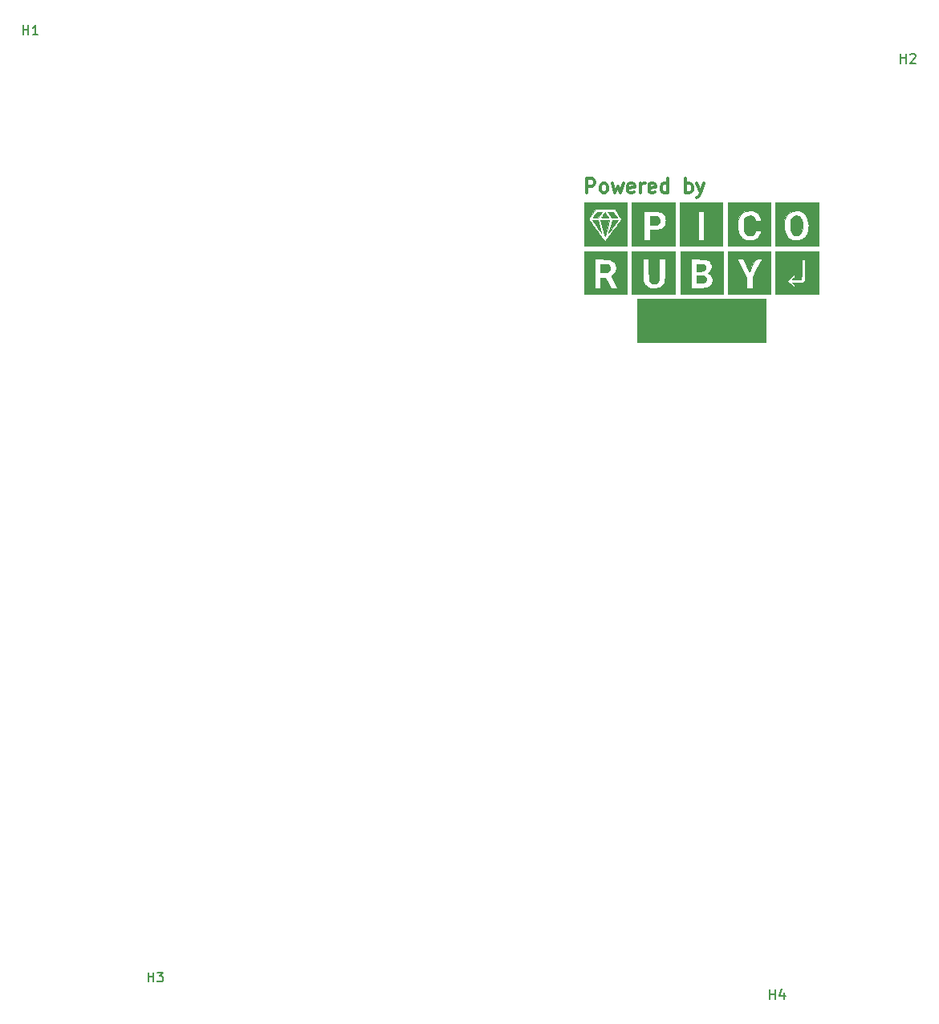
<source format=gbr>
%TF.GenerationSoftware,KiCad,Pcbnew,(5.1.10-1-10_14)*%
%TF.CreationDate,2021-10-23T10:25:26+09:00*%
%TF.ProjectId,PicoRubyMacroPad_Plate,5069636f-5275-4627-994d-6163726f5061,rev?*%
%TF.SameCoordinates,Original*%
%TF.FileFunction,Legend,Top*%
%TF.FilePolarity,Positive*%
%FSLAX46Y46*%
G04 Gerber Fmt 4.6, Leading zero omitted, Abs format (unit mm)*
G04 Created by KiCad (PCBNEW (5.1.10-1-10_14)) date 2021-10-23 10:25:26*
%MOMM*%
%LPD*%
G01*
G04 APERTURE LIST*
%ADD10C,0.300000*%
%ADD11C,0.010000*%
%ADD12C,0.150000*%
G04 APERTURE END LIST*
D10*
X136492857Y-54078571D02*
X136492857Y-52578571D01*
X137064285Y-52578571D01*
X137207142Y-52650000D01*
X137278571Y-52721428D01*
X137350000Y-52864285D01*
X137350000Y-53078571D01*
X137278571Y-53221428D01*
X137207142Y-53292857D01*
X137064285Y-53364285D01*
X136492857Y-53364285D01*
X138207142Y-54078571D02*
X138064285Y-54007142D01*
X137992857Y-53935714D01*
X137921428Y-53792857D01*
X137921428Y-53364285D01*
X137992857Y-53221428D01*
X138064285Y-53150000D01*
X138207142Y-53078571D01*
X138421428Y-53078571D01*
X138564285Y-53150000D01*
X138635714Y-53221428D01*
X138707142Y-53364285D01*
X138707142Y-53792857D01*
X138635714Y-53935714D01*
X138564285Y-54007142D01*
X138421428Y-54078571D01*
X138207142Y-54078571D01*
X139207142Y-53078571D02*
X139492857Y-54078571D01*
X139778571Y-53364285D01*
X140064285Y-54078571D01*
X140350000Y-53078571D01*
X141492857Y-54007142D02*
X141350000Y-54078571D01*
X141064285Y-54078571D01*
X140921428Y-54007142D01*
X140850000Y-53864285D01*
X140850000Y-53292857D01*
X140921428Y-53150000D01*
X141064285Y-53078571D01*
X141350000Y-53078571D01*
X141492857Y-53150000D01*
X141564285Y-53292857D01*
X141564285Y-53435714D01*
X140850000Y-53578571D01*
X142207142Y-54078571D02*
X142207142Y-53078571D01*
X142207142Y-53364285D02*
X142278571Y-53221428D01*
X142350000Y-53150000D01*
X142492857Y-53078571D01*
X142635714Y-53078571D01*
X143707142Y-54007142D02*
X143564285Y-54078571D01*
X143278571Y-54078571D01*
X143135714Y-54007142D01*
X143064285Y-53864285D01*
X143064285Y-53292857D01*
X143135714Y-53150000D01*
X143278571Y-53078571D01*
X143564285Y-53078571D01*
X143707142Y-53150000D01*
X143778571Y-53292857D01*
X143778571Y-53435714D01*
X143064285Y-53578571D01*
X145064285Y-54078571D02*
X145064285Y-52578571D01*
X145064285Y-54007142D02*
X144921428Y-54078571D01*
X144635714Y-54078571D01*
X144492857Y-54007142D01*
X144421428Y-53935714D01*
X144350000Y-53792857D01*
X144350000Y-53364285D01*
X144421428Y-53221428D01*
X144492857Y-53150000D01*
X144635714Y-53078571D01*
X144921428Y-53078571D01*
X145064285Y-53150000D01*
X146921428Y-54078571D02*
X146921428Y-52578571D01*
X146921428Y-53150000D02*
X147064285Y-53078571D01*
X147350000Y-53078571D01*
X147492857Y-53150000D01*
X147564285Y-53221428D01*
X147635714Y-53364285D01*
X147635714Y-53792857D01*
X147564285Y-53935714D01*
X147492857Y-54007142D01*
X147350000Y-54078571D01*
X147064285Y-54078571D01*
X146921428Y-54007142D01*
X148135714Y-53078571D02*
X148492857Y-54078571D01*
X148850000Y-53078571D02*
X148492857Y-54078571D01*
X148350000Y-54435714D01*
X148278571Y-54507142D01*
X148135714Y-54578571D01*
D11*
%TO.C,G\u002A\u002A\u002A*%
G36*
X158741493Y-56494893D02*
G01*
X158903353Y-56563888D01*
X159046147Y-56686461D01*
X159146412Y-56837288D01*
X159200062Y-56988554D01*
X159237215Y-57186667D01*
X159255944Y-57412326D01*
X159254325Y-57646231D01*
X159241646Y-57791953D01*
X159198269Y-58039547D01*
X159133573Y-58229678D01*
X159042627Y-58370607D01*
X158920500Y-58470591D01*
X158804575Y-58524000D01*
X158671180Y-58561769D01*
X158558177Y-58563913D01*
X158428891Y-58530402D01*
X158409655Y-58523667D01*
X158262766Y-58450220D01*
X158149571Y-58340303D01*
X158055523Y-58179228D01*
X158044435Y-58154868D01*
X158011444Y-58072515D01*
X157989147Y-57990247D01*
X157975469Y-57891910D01*
X157968336Y-57761352D01*
X157965674Y-57582420D01*
X157965498Y-57540134D01*
X157967476Y-57329285D01*
X157975929Y-57170307D01*
X157992382Y-57047520D01*
X158018360Y-56945242D01*
X158025418Y-56924184D01*
X158120086Y-56737890D01*
X158249862Y-56600974D01*
X158403912Y-56514276D01*
X158571401Y-56478636D01*
X158741493Y-56494893D01*
G37*
X158741493Y-56494893D02*
X158903353Y-56563888D01*
X159046147Y-56686461D01*
X159146412Y-56837288D01*
X159200062Y-56988554D01*
X159237215Y-57186667D01*
X159255944Y-57412326D01*
X159254325Y-57646231D01*
X159241646Y-57791953D01*
X159198269Y-58039547D01*
X159133573Y-58229678D01*
X159042627Y-58370607D01*
X158920500Y-58470591D01*
X158804575Y-58524000D01*
X158671180Y-58561769D01*
X158558177Y-58563913D01*
X158428891Y-58530402D01*
X158409655Y-58523667D01*
X158262766Y-58450220D01*
X158149571Y-58340303D01*
X158055523Y-58179228D01*
X158044435Y-58154868D01*
X158011444Y-58072515D01*
X157989147Y-57990247D01*
X157975469Y-57891910D01*
X157968336Y-57761352D01*
X157965674Y-57582420D01*
X157965498Y-57540134D01*
X157967476Y-57329285D01*
X157975929Y-57170307D01*
X157992382Y-57047520D01*
X158018360Y-56945242D01*
X158025418Y-56924184D01*
X158120086Y-56737890D01*
X158249862Y-56600974D01*
X158403912Y-56514276D01*
X158571401Y-56478636D01*
X158741493Y-56494893D01*
G36*
X143699312Y-56513718D02*
G01*
X143859328Y-56532683D01*
X143943679Y-56555962D01*
X144071419Y-56644242D01*
X144157614Y-56779427D01*
X144195862Y-56950521D01*
X144197206Y-56991482D01*
X144182173Y-57151277D01*
X144132639Y-57272668D01*
X144042376Y-57359718D01*
X143905154Y-57416486D01*
X143714746Y-57447032D01*
X143485447Y-57455467D01*
X143147466Y-57455467D01*
X143147466Y-56507200D01*
X143487221Y-56507200D01*
X143699312Y-56513718D01*
G37*
X143699312Y-56513718D02*
X143859328Y-56532683D01*
X143943679Y-56555962D01*
X144071419Y-56644242D01*
X144157614Y-56779427D01*
X144195862Y-56950521D01*
X144197206Y-56991482D01*
X144182173Y-57151277D01*
X144132639Y-57272668D01*
X144042376Y-57359718D01*
X143905154Y-57416486D01*
X143714746Y-57447032D01*
X143485447Y-57455467D01*
X143147466Y-57455467D01*
X143147466Y-56507200D01*
X143487221Y-56507200D01*
X143699312Y-56513718D01*
G36*
X139479721Y-56329400D02*
G01*
X139568959Y-56446607D01*
X139643549Y-56546386D01*
X139693060Y-56614692D01*
X139706085Y-56634200D01*
X139702854Y-56655150D01*
X139657382Y-56668055D01*
X139560757Y-56674252D01*
X139432598Y-56675248D01*
X139134266Y-56673963D01*
X139047321Y-56548248D01*
X138978386Y-56449754D01*
X138892228Y-56328220D01*
X138832478Y-56244733D01*
X138704579Y-56066934D01*
X139278203Y-56066934D01*
X139479721Y-56329400D01*
G37*
X139479721Y-56329400D02*
X139568959Y-56446607D01*
X139643549Y-56546386D01*
X139693060Y-56614692D01*
X139706085Y-56634200D01*
X139702854Y-56655150D01*
X139657382Y-56668055D01*
X139560757Y-56674252D01*
X139432598Y-56675248D01*
X139134266Y-56673963D01*
X139047321Y-56548248D01*
X138978386Y-56449754D01*
X138892228Y-56328220D01*
X138832478Y-56244733D01*
X138704579Y-56066934D01*
X139278203Y-56066934D01*
X139479721Y-56329400D01*
G36*
X138448270Y-56160602D02*
G01*
X138498034Y-56228183D01*
X138563670Y-56322072D01*
X138634809Y-56426931D01*
X138701079Y-56527423D01*
X138752109Y-56608208D01*
X138777528Y-56653951D01*
X138778666Y-56658071D01*
X138747074Y-56665472D01*
X138661385Y-56671459D01*
X138535233Y-56675360D01*
X138404134Y-56676534D01*
X138235678Y-56674853D01*
X138126486Y-56669134D01*
X138068157Y-56658356D01*
X138052289Y-56641501D01*
X138055077Y-56634200D01*
X138094475Y-56574512D01*
X138156510Y-56486510D01*
X138230273Y-56384938D01*
X138304852Y-56284540D01*
X138369337Y-56200058D01*
X138412818Y-56146235D01*
X138424751Y-56134667D01*
X138448270Y-56160602D01*
G37*
X138448270Y-56160602D02*
X138498034Y-56228183D01*
X138563670Y-56322072D01*
X138634809Y-56426931D01*
X138701079Y-56527423D01*
X138752109Y-56608208D01*
X138777528Y-56653951D01*
X138778666Y-56658071D01*
X138747074Y-56665472D01*
X138661385Y-56671459D01*
X138535233Y-56675360D01*
X138404134Y-56676534D01*
X138235678Y-56674853D01*
X138126486Y-56669134D01*
X138068157Y-56658356D01*
X138052289Y-56641501D01*
X138055077Y-56634200D01*
X138094475Y-56574512D01*
X138156510Y-56486510D01*
X138230273Y-56384938D01*
X138304852Y-56284540D01*
X138369337Y-56200058D01*
X138412818Y-56146235D01*
X138424751Y-56134667D01*
X138448270Y-56160602D01*
G36*
X137973453Y-56069456D02*
G01*
X138053139Y-56078063D01*
X138083306Y-56094308D01*
X138080894Y-56109267D01*
X138051628Y-56154415D01*
X137993515Y-56240207D01*
X137916625Y-56351849D01*
X137873363Y-56414067D01*
X137690268Y-56676534D01*
X137419668Y-56676534D01*
X137281473Y-56674042D01*
X137201813Y-56665528D01*
X137171635Y-56649429D01*
X137174241Y-56634200D01*
X137203821Y-56589026D01*
X137262153Y-56503183D01*
X137339129Y-56391480D01*
X137382259Y-56329400D01*
X137565105Y-56066934D01*
X137835217Y-56066934D01*
X137973453Y-56069456D01*
G37*
X137973453Y-56069456D02*
X138053139Y-56078063D01*
X138083306Y-56094308D01*
X138080894Y-56109267D01*
X138051628Y-56154415D01*
X137993515Y-56240207D01*
X137916625Y-56351849D01*
X137873363Y-56414067D01*
X137690268Y-56676534D01*
X137419668Y-56676534D01*
X137281473Y-56674042D01*
X137201813Y-56665528D01*
X137171635Y-56649429D01*
X137174241Y-56634200D01*
X137203821Y-56589026D01*
X137262153Y-56503183D01*
X137339129Y-56391480D01*
X137382259Y-56329400D01*
X137565105Y-56066934D01*
X137835217Y-56066934D01*
X137973453Y-56069456D01*
G36*
X139708317Y-56954215D02*
G01*
X139757523Y-56960386D01*
X139760799Y-56963094D01*
X139741890Y-56994578D01*
X139688755Y-57073272D01*
X139606785Y-57191449D01*
X139501372Y-57341379D01*
X139377907Y-57515334D01*
X139281473Y-57650264D01*
X139127674Y-57864860D01*
X139008866Y-58030534D01*
X138920558Y-58153399D01*
X138858257Y-58239570D01*
X138817472Y-58295158D01*
X138793711Y-58326279D01*
X138782482Y-58339045D01*
X138779294Y-58339570D01*
X138779655Y-58333968D01*
X138779723Y-58333178D01*
X138789812Y-58298136D01*
X138817405Y-58208242D01*
X138859477Y-58073191D01*
X138913004Y-57902679D01*
X138974961Y-57706402D01*
X138995440Y-57641734D01*
X139210100Y-56964400D01*
X139485450Y-56954564D01*
X139612335Y-56952111D01*
X139708317Y-56954215D01*
G37*
X139708317Y-56954215D02*
X139757523Y-56960386D01*
X139760799Y-56963094D01*
X139741890Y-56994578D01*
X139688755Y-57073272D01*
X139606785Y-57191449D01*
X139501372Y-57341379D01*
X139377907Y-57515334D01*
X139281473Y-57650264D01*
X139127674Y-57864860D01*
X139008866Y-58030534D01*
X138920558Y-58153399D01*
X138858257Y-58239570D01*
X138817472Y-58295158D01*
X138793711Y-58326279D01*
X138782482Y-58339045D01*
X138779294Y-58339570D01*
X138779655Y-58333968D01*
X138779723Y-58333178D01*
X138789812Y-58298136D01*
X138817405Y-58208242D01*
X138859477Y-58073191D01*
X138913004Y-57902679D01*
X138974961Y-57706402D01*
X138995440Y-57641734D01*
X139210100Y-56964400D01*
X139485450Y-56954564D01*
X139612335Y-56952111D01*
X139708317Y-56954215D01*
G36*
X137363832Y-56954575D02*
G01*
X137640989Y-56964400D01*
X137851887Y-57641251D01*
X137914361Y-57842856D01*
X137968903Y-58020979D01*
X138012645Y-58166085D01*
X138042723Y-58268636D01*
X138056271Y-58319096D01*
X138056659Y-58322677D01*
X138036480Y-58297393D01*
X137982939Y-58223875D01*
X137901301Y-58109529D01*
X137796830Y-57961762D01*
X137674789Y-57787979D01*
X137568604Y-57636000D01*
X137086675Y-56944749D01*
X137363832Y-56954575D01*
G37*
X137363832Y-56954575D02*
X137640989Y-56964400D01*
X137851887Y-57641251D01*
X137914361Y-57842856D01*
X137968903Y-58020979D01*
X138012645Y-58166085D01*
X138042723Y-58268636D01*
X138056271Y-58319096D01*
X138056659Y-58322677D01*
X138036480Y-58297393D01*
X137982939Y-58223875D01*
X137901301Y-58109529D01*
X137796830Y-57961762D01*
X137674789Y-57787979D01*
X137568604Y-57636000D01*
X137086675Y-56944749D01*
X137363832Y-56954575D01*
G36*
X138672542Y-57798623D02*
G01*
X138610240Y-58027703D01*
X138553376Y-58234409D01*
X138504411Y-58409986D01*
X138465807Y-58545681D01*
X138440025Y-58632736D01*
X138429755Y-58662333D01*
X138417187Y-58635532D01*
X138389945Y-58553418D01*
X138351101Y-58426046D01*
X138303728Y-58263469D01*
X138255012Y-58090577D01*
X138195699Y-57876821D01*
X138136248Y-57662438D01*
X138081664Y-57465488D01*
X138036955Y-57304033D01*
X138015613Y-57226867D01*
X137938405Y-56947467D01*
X138902775Y-56947467D01*
X138672542Y-57798623D01*
G37*
X138672542Y-57798623D02*
X138610240Y-58027703D01*
X138553376Y-58234409D01*
X138504411Y-58409986D01*
X138465807Y-58545681D01*
X138440025Y-58632736D01*
X138429755Y-58662333D01*
X138417187Y-58635532D01*
X138389945Y-58553418D01*
X138351101Y-58426046D01*
X138303728Y-58263469D01*
X138255012Y-58090577D01*
X138195699Y-57876821D01*
X138136248Y-57662438D01*
X138081664Y-57465488D01*
X138036955Y-57304033D01*
X138015613Y-57226867D01*
X137938405Y-56947467D01*
X138902775Y-56947467D01*
X138672542Y-57798623D01*
G36*
X148495764Y-61592670D02*
G01*
X148661781Y-61599068D01*
X148775022Y-61608067D01*
X148850442Y-61622728D01*
X148902996Y-61646112D01*
X148947640Y-61681279D01*
X148952964Y-61686237D01*
X149007936Y-61751531D01*
X149033900Y-61829266D01*
X149040266Y-61942800D01*
X149022384Y-62084027D01*
X148964964Y-62190009D01*
X148862347Y-62264129D01*
X148708872Y-62309767D01*
X148498880Y-62330308D01*
X148388556Y-62332267D01*
X148125866Y-62332267D01*
X148125866Y-61581207D01*
X148495764Y-61592670D01*
G37*
X148495764Y-61592670D02*
X148661781Y-61599068D01*
X148775022Y-61608067D01*
X148850442Y-61622728D01*
X148902996Y-61646112D01*
X148947640Y-61681279D01*
X148952964Y-61686237D01*
X149007936Y-61751531D01*
X149033900Y-61829266D01*
X149040266Y-61942800D01*
X149022384Y-62084027D01*
X148964964Y-62190009D01*
X148862347Y-62264129D01*
X148708872Y-62309767D01*
X148498880Y-62330308D01*
X148388556Y-62332267D01*
X148125866Y-62332267D01*
X148125866Y-61581207D01*
X148495764Y-61592670D01*
G36*
X148405266Y-62773341D02*
G01*
X148649070Y-62782840D01*
X148833560Y-62812310D01*
X148965212Y-62865601D01*
X149050499Y-62946566D01*
X149095896Y-63059056D01*
X149107999Y-63191369D01*
X149098743Y-63320344D01*
X149066546Y-63407356D01*
X149037014Y-63445556D01*
X148969444Y-63505669D01*
X148889613Y-63546237D01*
X148783288Y-63570722D01*
X148636234Y-63582585D01*
X148462328Y-63585334D01*
X148125866Y-63585334D01*
X148125866Y-62772533D01*
X148405266Y-62773341D01*
G37*
X148405266Y-62773341D02*
X148649070Y-62782840D01*
X148833560Y-62812310D01*
X148965212Y-62865601D01*
X149050499Y-62946566D01*
X149095896Y-63059056D01*
X149107999Y-63191369D01*
X149098743Y-63320344D01*
X149066546Y-63407356D01*
X149037014Y-63445556D01*
X148969444Y-63505669D01*
X148889613Y-63546237D01*
X148783288Y-63570722D01*
X148636234Y-63582585D01*
X148462328Y-63585334D01*
X148125866Y-63585334D01*
X148125866Y-62772533D01*
X148405266Y-62773341D01*
G36*
X138456438Y-61590468D02*
G01*
X138593360Y-61599245D01*
X138693329Y-61611988D01*
X138725646Y-61620223D01*
X138826740Y-61692075D01*
X138899849Y-61808867D01*
X138940219Y-61951915D01*
X138943098Y-62102536D01*
X138903734Y-62242045D01*
X138890221Y-62267228D01*
X138821362Y-62353727D01*
X138726891Y-62413058D01*
X138595331Y-62449058D01*
X138415206Y-62465569D01*
X138290948Y-62467733D01*
X137965866Y-62467733D01*
X137965866Y-61587200D01*
X138302328Y-61587200D01*
X138456438Y-61590468D01*
G37*
X138456438Y-61590468D02*
X138593360Y-61599245D01*
X138693329Y-61611988D01*
X138725646Y-61620223D01*
X138826740Y-61692075D01*
X138899849Y-61808867D01*
X138940219Y-61951915D01*
X138943098Y-62102536D01*
X138903734Y-62242045D01*
X138890221Y-62267228D01*
X138821362Y-62353727D01*
X138726891Y-62413058D01*
X138595331Y-62449058D01*
X138415206Y-62465569D01*
X138290948Y-62467733D01*
X137965866Y-62467733D01*
X137965866Y-61587200D01*
X138302328Y-61587200D01*
X138456438Y-61590468D01*
G36*
X160961333Y-59656800D02*
G01*
X156389333Y-59656800D01*
X156389333Y-57523200D01*
X157303733Y-57523200D01*
X157319274Y-57848968D01*
X157368287Y-58125028D01*
X157454355Y-58362455D01*
X157581061Y-58572325D01*
X157682779Y-58694743D01*
X157854463Y-58857210D01*
X158030686Y-58969877D01*
X158226777Y-59038654D01*
X158458065Y-59069452D01*
X158659528Y-59071304D01*
X158827358Y-59063574D01*
X158950828Y-59048276D01*
X159053247Y-59020759D01*
X159157925Y-58976367D01*
X159173966Y-58968600D01*
X159408822Y-58817147D01*
X159600733Y-58615167D01*
X159748110Y-58365775D01*
X159849363Y-58072088D01*
X159902902Y-57737222D01*
X159911466Y-57523200D01*
X159889211Y-57168456D01*
X159821424Y-56860488D01*
X159706570Y-56594575D01*
X159543116Y-56365997D01*
X159531183Y-56352768D01*
X159332246Y-56171169D01*
X159114220Y-56047309D01*
X158859147Y-55971266D01*
X158830975Y-55965921D01*
X158554697Y-55943735D01*
X158289959Y-55982613D01*
X158022584Y-56084708D01*
X158011190Y-56090358D01*
X157777350Y-56241683D01*
X157590937Y-56438534D01*
X157451386Y-56682063D01*
X157358127Y-56973419D01*
X157310592Y-57313753D01*
X157303733Y-57523200D01*
X156389333Y-57523200D01*
X156389333Y-55118667D01*
X160961333Y-55118667D01*
X160961333Y-59656800D01*
G37*
X160961333Y-59656800D02*
X156389333Y-59656800D01*
X156389333Y-57523200D01*
X157303733Y-57523200D01*
X157319274Y-57848968D01*
X157368287Y-58125028D01*
X157454355Y-58362455D01*
X157581061Y-58572325D01*
X157682779Y-58694743D01*
X157854463Y-58857210D01*
X158030686Y-58969877D01*
X158226777Y-59038654D01*
X158458065Y-59069452D01*
X158659528Y-59071304D01*
X158827358Y-59063574D01*
X158950828Y-59048276D01*
X159053247Y-59020759D01*
X159157925Y-58976367D01*
X159173966Y-58968600D01*
X159408822Y-58817147D01*
X159600733Y-58615167D01*
X159748110Y-58365775D01*
X159849363Y-58072088D01*
X159902902Y-57737222D01*
X159911466Y-57523200D01*
X159889211Y-57168456D01*
X159821424Y-56860488D01*
X159706570Y-56594575D01*
X159543116Y-56365997D01*
X159531183Y-56352768D01*
X159332246Y-56171169D01*
X159114220Y-56047309D01*
X158859147Y-55971266D01*
X158830975Y-55965921D01*
X158554697Y-55943735D01*
X158289959Y-55982613D01*
X158022584Y-56084708D01*
X158011190Y-56090358D01*
X157777350Y-56241683D01*
X157590937Y-56438534D01*
X157451386Y-56682063D01*
X157358127Y-56973419D01*
X157310592Y-57313753D01*
X157303733Y-57523200D01*
X156389333Y-57523200D01*
X156389333Y-55118667D01*
X160961333Y-55118667D01*
X160961333Y-59656800D01*
G36*
X155915200Y-59656800D02*
G01*
X151377066Y-59656800D01*
X151377066Y-57523200D01*
X152413405Y-57523200D01*
X152433664Y-57886492D01*
X152492577Y-58197122D01*
X152591692Y-58459097D01*
X152732558Y-58676420D01*
X152916724Y-58853097D01*
X152932192Y-58864722D01*
X153081413Y-58961265D01*
X153231377Y-59024904D01*
X153400639Y-59060431D01*
X153607757Y-59072639D01*
X153732760Y-59071460D01*
X153897897Y-59065213D01*
X154018068Y-59053076D01*
X154116034Y-59030246D01*
X154214553Y-58991918D01*
X154298605Y-58952030D01*
X154457244Y-58859356D01*
X154592895Y-58753266D01*
X154643507Y-58701332D01*
X154731226Y-58576477D01*
X154809877Y-58425367D01*
X154868940Y-58272139D01*
X154897897Y-58140929D01*
X154899200Y-58114596D01*
X154896776Y-58075746D01*
X154880988Y-58051339D01*
X154839063Y-58038021D01*
X154758225Y-58032431D01*
X154625700Y-58031215D01*
X154581897Y-58031200D01*
X154264595Y-58031200D01*
X154245804Y-58146998D01*
X154189710Y-58317949D01*
X154084383Y-58442484D01*
X153929722Y-58520679D01*
X153725626Y-58552608D01*
X153696933Y-58553346D01*
X153503589Y-58536287D01*
X153354848Y-58474815D01*
X153239024Y-58362195D01*
X153172000Y-58250765D01*
X153137673Y-58176323D01*
X153113453Y-58103084D01*
X153097158Y-58016352D01*
X153086610Y-57901430D01*
X153079627Y-57743623D01*
X153075743Y-57601876D01*
X153072664Y-57383411D01*
X153076167Y-57217038D01*
X153087289Y-57087344D01*
X153107065Y-56978916D01*
X153121170Y-56925624D01*
X153204480Y-56732270D01*
X153324974Y-56591733D01*
X153479137Y-56507519D01*
X153558994Y-56488867D01*
X153779463Y-56480367D01*
X153962689Y-56524978D01*
X154105263Y-56620815D01*
X154203776Y-56765994D01*
X154237376Y-56863939D01*
X154280003Y-57032134D01*
X154589601Y-57041871D01*
X154899200Y-57051609D01*
X154899200Y-56950008D01*
X154872458Y-56779913D01*
X154798945Y-56593941D01*
X154688731Y-56413052D01*
X154579675Y-56284858D01*
X154393316Y-56130048D01*
X154189577Y-56026673D01*
X153954550Y-55969401D01*
X153713866Y-55952929D01*
X153407596Y-55977525D01*
X153141002Y-56056979D01*
X152913853Y-56191465D01*
X152725913Y-56381155D01*
X152576949Y-56626224D01*
X152485661Y-56862339D01*
X152451617Y-56986705D01*
X152429699Y-57110412D01*
X152417708Y-57253574D01*
X152413445Y-57436303D01*
X152413405Y-57523200D01*
X151377066Y-57523200D01*
X151377066Y-55118667D01*
X155915200Y-55118667D01*
X155915200Y-59656800D01*
G37*
X155915200Y-59656800D02*
X151377066Y-59656800D01*
X151377066Y-57523200D01*
X152413405Y-57523200D01*
X152433664Y-57886492D01*
X152492577Y-58197122D01*
X152591692Y-58459097D01*
X152732558Y-58676420D01*
X152916724Y-58853097D01*
X152932192Y-58864722D01*
X153081413Y-58961265D01*
X153231377Y-59024904D01*
X153400639Y-59060431D01*
X153607757Y-59072639D01*
X153732760Y-59071460D01*
X153897897Y-59065213D01*
X154018068Y-59053076D01*
X154116034Y-59030246D01*
X154214553Y-58991918D01*
X154298605Y-58952030D01*
X154457244Y-58859356D01*
X154592895Y-58753266D01*
X154643507Y-58701332D01*
X154731226Y-58576477D01*
X154809877Y-58425367D01*
X154868940Y-58272139D01*
X154897897Y-58140929D01*
X154899200Y-58114596D01*
X154896776Y-58075746D01*
X154880988Y-58051339D01*
X154839063Y-58038021D01*
X154758225Y-58032431D01*
X154625700Y-58031215D01*
X154581897Y-58031200D01*
X154264595Y-58031200D01*
X154245804Y-58146998D01*
X154189710Y-58317949D01*
X154084383Y-58442484D01*
X153929722Y-58520679D01*
X153725626Y-58552608D01*
X153696933Y-58553346D01*
X153503589Y-58536287D01*
X153354848Y-58474815D01*
X153239024Y-58362195D01*
X153172000Y-58250765D01*
X153137673Y-58176323D01*
X153113453Y-58103084D01*
X153097158Y-58016352D01*
X153086610Y-57901430D01*
X153079627Y-57743623D01*
X153075743Y-57601876D01*
X153072664Y-57383411D01*
X153076167Y-57217038D01*
X153087289Y-57087344D01*
X153107065Y-56978916D01*
X153121170Y-56925624D01*
X153204480Y-56732270D01*
X153324974Y-56591733D01*
X153479137Y-56507519D01*
X153558994Y-56488867D01*
X153779463Y-56480367D01*
X153962689Y-56524978D01*
X154105263Y-56620815D01*
X154203776Y-56765994D01*
X154237376Y-56863939D01*
X154280003Y-57032134D01*
X154589601Y-57041871D01*
X154899200Y-57051609D01*
X154899200Y-56950008D01*
X154872458Y-56779913D01*
X154798945Y-56593941D01*
X154688731Y-56413052D01*
X154579675Y-56284858D01*
X154393316Y-56130048D01*
X154189577Y-56026673D01*
X153954550Y-55969401D01*
X153713866Y-55952929D01*
X153407596Y-55977525D01*
X153141002Y-56056979D01*
X152913853Y-56191465D01*
X152725913Y-56381155D01*
X152576949Y-56626224D01*
X152485661Y-56862339D01*
X152451617Y-56986705D01*
X152429699Y-57110412D01*
X152417708Y-57253574D01*
X152413445Y-57436303D01*
X152413405Y-57523200D01*
X151377066Y-57523200D01*
X151377066Y-55118667D01*
X155915200Y-55118667D01*
X155915200Y-59656800D01*
G36*
X150835199Y-59656800D02*
G01*
X146297066Y-59656800D01*
X146297066Y-55999200D01*
X148227466Y-55999200D01*
X148227466Y-59047200D01*
X148870933Y-59047200D01*
X148870933Y-55999200D01*
X148227466Y-55999200D01*
X146297066Y-55999200D01*
X146297066Y-55118667D01*
X150835199Y-55118667D01*
X150835199Y-59656800D01*
G37*
X150835199Y-59656800D02*
X146297066Y-59656800D01*
X146297066Y-55999200D01*
X148227466Y-55999200D01*
X148227466Y-59047200D01*
X148870933Y-59047200D01*
X148870933Y-55999200D01*
X148227466Y-55999200D01*
X146297066Y-55999200D01*
X146297066Y-55118667D01*
X150835199Y-55118667D01*
X150835199Y-59656800D01*
G36*
X145789066Y-59656800D02*
G01*
X141250933Y-59656800D01*
X141250933Y-59047200D01*
X142503999Y-59047200D01*
X143147466Y-59047200D01*
X143147466Y-57963467D01*
X143564653Y-57963467D01*
X143820793Y-57957353D01*
X144025785Y-57936617D01*
X144195308Y-57897664D01*
X144345043Y-57836900D01*
X144489550Y-57751484D01*
X144650625Y-57604970D01*
X144765666Y-57420593D01*
X144834216Y-57210596D01*
X144855819Y-56987218D01*
X144830018Y-56762702D01*
X144756359Y-56549289D01*
X144634385Y-56359220D01*
X144544829Y-56267561D01*
X144456971Y-56193684D01*
X144374924Y-56135792D01*
X144288867Y-56091805D01*
X144188982Y-56059641D01*
X144065450Y-56037219D01*
X143908452Y-56022458D01*
X143708169Y-56013275D01*
X143454782Y-56007590D01*
X143308333Y-56005451D01*
X142503999Y-55994769D01*
X142503999Y-59047200D01*
X141250933Y-59047200D01*
X141250933Y-55118667D01*
X145789066Y-55118667D01*
X145789066Y-59656800D01*
G37*
X145789066Y-59656800D02*
X141250933Y-59656800D01*
X141250933Y-59047200D01*
X142503999Y-59047200D01*
X143147466Y-59047200D01*
X143147466Y-57963467D01*
X143564653Y-57963467D01*
X143820793Y-57957353D01*
X144025785Y-57936617D01*
X144195308Y-57897664D01*
X144345043Y-57836900D01*
X144489550Y-57751484D01*
X144650625Y-57604970D01*
X144765666Y-57420593D01*
X144834216Y-57210596D01*
X144855819Y-56987218D01*
X144830018Y-56762702D01*
X144756359Y-56549289D01*
X144634385Y-56359220D01*
X144544829Y-56267561D01*
X144456971Y-56193684D01*
X144374924Y-56135792D01*
X144288867Y-56091805D01*
X144188982Y-56059641D01*
X144065450Y-56037219D01*
X143908452Y-56022458D01*
X143708169Y-56013275D01*
X143454782Y-56007590D01*
X143308333Y-56005451D01*
X142503999Y-55994769D01*
X142503999Y-59047200D01*
X141250933Y-59047200D01*
X141250933Y-55118667D01*
X145789066Y-55118667D01*
X145789066Y-59656800D01*
G36*
X140742933Y-59656800D02*
G01*
X136204800Y-59656800D01*
X136204800Y-56827304D01*
X136699897Y-56827304D01*
X136718532Y-56862442D01*
X136773449Y-56946151D01*
X136860539Y-57072626D01*
X136975693Y-57236064D01*
X137114801Y-57430663D01*
X137273755Y-57650618D01*
X137448446Y-57890128D01*
X137559466Y-58041296D01*
X137783765Y-58344751D01*
X137971359Y-58595841D01*
X138124604Y-58797536D01*
X138245861Y-58952807D01*
X138337487Y-59064622D01*
X138401841Y-59135951D01*
X138441281Y-59169764D01*
X138456933Y-59171282D01*
X138483748Y-59135540D01*
X138546343Y-59051184D01*
X138640338Y-58924144D01*
X138761352Y-58760351D01*
X138905006Y-58565734D01*
X139066920Y-58346223D01*
X139242713Y-58107748D01*
X139331752Y-57986909D01*
X139511118Y-57742465D01*
X139676881Y-57514657D01*
X139824926Y-57309283D01*
X139951136Y-57132141D01*
X140051397Y-56989029D01*
X140121591Y-56885743D01*
X140157604Y-56828083D01*
X140161485Y-56818120D01*
X140139076Y-56782953D01*
X140083719Y-56702039D01*
X140001909Y-56584698D01*
X139900138Y-56440249D01*
X139795866Y-56293395D01*
X139441467Y-55796000D01*
X138424266Y-55796840D01*
X137407066Y-55797679D01*
X137055497Y-56291945D01*
X136942004Y-56453401D01*
X136843301Y-56597433D01*
X136765796Y-56714397D01*
X136715895Y-56794646D01*
X136699897Y-56827304D01*
X136204800Y-56827304D01*
X136204800Y-55118667D01*
X140742933Y-55118667D01*
X140742933Y-59656800D01*
G37*
X140742933Y-59656800D02*
X136204800Y-59656800D01*
X136204800Y-56827304D01*
X136699897Y-56827304D01*
X136718532Y-56862442D01*
X136773449Y-56946151D01*
X136860539Y-57072626D01*
X136975693Y-57236064D01*
X137114801Y-57430663D01*
X137273755Y-57650618D01*
X137448446Y-57890128D01*
X137559466Y-58041296D01*
X137783765Y-58344751D01*
X137971359Y-58595841D01*
X138124604Y-58797536D01*
X138245861Y-58952807D01*
X138337487Y-59064622D01*
X138401841Y-59135951D01*
X138441281Y-59169764D01*
X138456933Y-59171282D01*
X138483748Y-59135540D01*
X138546343Y-59051184D01*
X138640338Y-58924144D01*
X138761352Y-58760351D01*
X138905006Y-58565734D01*
X139066920Y-58346223D01*
X139242713Y-58107748D01*
X139331752Y-57986909D01*
X139511118Y-57742465D01*
X139676881Y-57514657D01*
X139824926Y-57309283D01*
X139951136Y-57132141D01*
X140051397Y-56989029D01*
X140121591Y-56885743D01*
X140157604Y-56828083D01*
X140161485Y-56818120D01*
X140139076Y-56782953D01*
X140083719Y-56702039D01*
X140001909Y-56584698D01*
X139900138Y-56440249D01*
X139795866Y-56293395D01*
X139441467Y-55796000D01*
X138424266Y-55796840D01*
X137407066Y-55797679D01*
X137055497Y-56291945D01*
X136942004Y-56453401D01*
X136843301Y-56597433D01*
X136765796Y-56714397D01*
X136715895Y-56794646D01*
X136699897Y-56827304D01*
X136204800Y-56827304D01*
X136204800Y-55118667D01*
X140742933Y-55118667D01*
X140742933Y-59656800D01*
G36*
X160961333Y-64770667D02*
G01*
X156389333Y-64770667D01*
X156389333Y-63355430D01*
X157625466Y-63355430D01*
X158404400Y-64095740D01*
X158415401Y-63933670D01*
X158417984Y-63837239D01*
X158401506Y-63771309D01*
X158354136Y-63709843D01*
X158284045Y-63644600D01*
X158141688Y-63517600D01*
X158755644Y-63517600D01*
X158975226Y-63517105D01*
X159137312Y-63514943D01*
X159252139Y-63510096D01*
X159329940Y-63501548D01*
X159380952Y-63488282D01*
X159415409Y-63469280D01*
X159437333Y-63449867D01*
X159455563Y-63429073D01*
X159470194Y-63402274D01*
X159481621Y-63362363D01*
X159490238Y-63302229D01*
X159496441Y-63214764D01*
X159500624Y-63092859D01*
X159503183Y-62929405D01*
X159504511Y-62717293D01*
X159505006Y-62449414D01*
X159505066Y-62230667D01*
X159505066Y-61079200D01*
X159169210Y-61079200D01*
X159159338Y-62113401D01*
X159156068Y-62411478D01*
X159152312Y-62648712D01*
X159147678Y-62831995D01*
X159141774Y-62968217D01*
X159134208Y-63064269D01*
X159124587Y-63127042D01*
X159112520Y-63163428D01*
X159098666Y-63179682D01*
X159047297Y-63191510D01*
X158942436Y-63201296D01*
X158798317Y-63208154D01*
X158629170Y-63211200D01*
X158590666Y-63211271D01*
X158133466Y-63210779D01*
X158277924Y-63084790D01*
X158361620Y-63006363D01*
X158404657Y-62942562D01*
X158420227Y-62866923D01*
X158421857Y-62796013D01*
X158421267Y-62729054D01*
X158415568Y-62684878D01*
X158398124Y-62666978D01*
X158362295Y-62678848D01*
X158301444Y-62723984D01*
X158208934Y-62805877D01*
X158078126Y-62928024D01*
X157961030Y-63038582D01*
X157625466Y-63355430D01*
X156389333Y-63355430D01*
X156389333Y-60232534D01*
X160961333Y-60232534D01*
X160961333Y-64770667D01*
G37*
X160961333Y-64770667D02*
X156389333Y-64770667D01*
X156389333Y-63355430D01*
X157625466Y-63355430D01*
X158404400Y-64095740D01*
X158415401Y-63933670D01*
X158417984Y-63837239D01*
X158401506Y-63771309D01*
X158354136Y-63709843D01*
X158284045Y-63644600D01*
X158141688Y-63517600D01*
X158755644Y-63517600D01*
X158975226Y-63517105D01*
X159137312Y-63514943D01*
X159252139Y-63510096D01*
X159329940Y-63501548D01*
X159380952Y-63488282D01*
X159415409Y-63469280D01*
X159437333Y-63449867D01*
X159455563Y-63429073D01*
X159470194Y-63402274D01*
X159481621Y-63362363D01*
X159490238Y-63302229D01*
X159496441Y-63214764D01*
X159500624Y-63092859D01*
X159503183Y-62929405D01*
X159504511Y-62717293D01*
X159505006Y-62449414D01*
X159505066Y-62230667D01*
X159505066Y-61079200D01*
X159169210Y-61079200D01*
X159159338Y-62113401D01*
X159156068Y-62411478D01*
X159152312Y-62648712D01*
X159147678Y-62831995D01*
X159141774Y-62968217D01*
X159134208Y-63064269D01*
X159124587Y-63127042D01*
X159112520Y-63163428D01*
X159098666Y-63179682D01*
X159047297Y-63191510D01*
X158942436Y-63201296D01*
X158798317Y-63208154D01*
X158629170Y-63211200D01*
X158590666Y-63211271D01*
X158133466Y-63210779D01*
X158277924Y-63084790D01*
X158361620Y-63006363D01*
X158404657Y-62942562D01*
X158420227Y-62866923D01*
X158421857Y-62796013D01*
X158421267Y-62729054D01*
X158415568Y-62684878D01*
X158398124Y-62666978D01*
X158362295Y-62678848D01*
X158301444Y-62723984D01*
X158208934Y-62805877D01*
X158078126Y-62928024D01*
X157961030Y-63038582D01*
X157625466Y-63355430D01*
X156389333Y-63355430D01*
X156389333Y-60232534D01*
X160961333Y-60232534D01*
X160961333Y-64770667D01*
G36*
X155915200Y-64770667D02*
G01*
X151377066Y-64770667D01*
X151377066Y-61045334D01*
X152321612Y-61045334D01*
X152831472Y-62039662D01*
X153341333Y-63033990D01*
X153341333Y-64127200D01*
X153984800Y-64127200D01*
X153984800Y-62999665D01*
X154475866Y-62042678D01*
X154595785Y-61808332D01*
X154705111Y-61593441D01*
X154800148Y-61405366D01*
X154877202Y-61251468D01*
X154932578Y-61139108D01*
X154962581Y-61075648D01*
X154966933Y-61064328D01*
X154935458Y-61056324D01*
X154850487Y-61051620D01*
X154726196Y-61050699D01*
X154621455Y-61052615D01*
X154275976Y-61062267D01*
X153969521Y-61729109D01*
X153879122Y-61922843D01*
X153797414Y-62092313D01*
X153728712Y-62229028D01*
X153677330Y-62324499D01*
X153647581Y-62370235D01*
X153642580Y-62372576D01*
X153622991Y-62336047D01*
X153579888Y-62247238D01*
X153517708Y-62115568D01*
X153440884Y-61950456D01*
X153353853Y-61761321D01*
X153324574Y-61697267D01*
X153027054Y-61045334D01*
X152321612Y-61045334D01*
X151377066Y-61045334D01*
X151377066Y-60232534D01*
X155915200Y-60232534D01*
X155915200Y-64770667D01*
G37*
X155915200Y-64770667D02*
X151377066Y-64770667D01*
X151377066Y-61045334D01*
X152321612Y-61045334D01*
X152831472Y-62039662D01*
X153341333Y-63033990D01*
X153341333Y-64127200D01*
X153984800Y-64127200D01*
X153984800Y-62999665D01*
X154475866Y-62042678D01*
X154595785Y-61808332D01*
X154705111Y-61593441D01*
X154800148Y-61405366D01*
X154877202Y-61251468D01*
X154932578Y-61139108D01*
X154962581Y-61075648D01*
X154966933Y-61064328D01*
X154935458Y-61056324D01*
X154850487Y-61051620D01*
X154726196Y-61050699D01*
X154621455Y-61052615D01*
X154275976Y-61062267D01*
X153969521Y-61729109D01*
X153879122Y-61922843D01*
X153797414Y-62092313D01*
X153728712Y-62229028D01*
X153677330Y-62324499D01*
X153647581Y-62370235D01*
X153642580Y-62372576D01*
X153622991Y-62336047D01*
X153579888Y-62247238D01*
X153517708Y-62115568D01*
X153440884Y-61950456D01*
X153353853Y-61761321D01*
X153324574Y-61697267D01*
X153027054Y-61045334D01*
X152321612Y-61045334D01*
X151377066Y-61045334D01*
X151377066Y-60232534D01*
X155915200Y-60232534D01*
X155915200Y-64770667D01*
G36*
X150902933Y-64770667D02*
G01*
X146364800Y-64770667D01*
X146364800Y-62560423D01*
X147482400Y-62560423D01*
X147482948Y-62875276D01*
X147484518Y-63169260D01*
X147486996Y-63435455D01*
X147490268Y-63666943D01*
X147494220Y-63856804D01*
X147498740Y-63998122D01*
X147503714Y-64083976D01*
X147507800Y-64107954D01*
X147547754Y-64114902D01*
X147645181Y-64119720D01*
X147789849Y-64122267D01*
X147971525Y-64122401D01*
X148179978Y-64119980D01*
X148261333Y-64118419D01*
X148540841Y-64110920D01*
X148760700Y-64101247D01*
X148928976Y-64088779D01*
X149053734Y-64072893D01*
X149143041Y-64052970D01*
X149153627Y-64049676D01*
X149380836Y-63948603D01*
X149553406Y-63808846D01*
X149674777Y-63626575D01*
X149748388Y-63397959D01*
X149751053Y-63384314D01*
X149764028Y-63162520D01*
X149720900Y-62955548D01*
X149626754Y-62775163D01*
X149486679Y-62633134D01*
X149404035Y-62581734D01*
X149303725Y-62529862D01*
X149425895Y-62446845D01*
X149565641Y-62312311D01*
X149655032Y-62135721D01*
X149691138Y-61923379D01*
X149691680Y-61875067D01*
X149680244Y-61702024D01*
X149645140Y-61569115D01*
X149576573Y-61450178D01*
X149496345Y-61353352D01*
X149413656Y-61269967D01*
X149327215Y-61204052D01*
X149227799Y-61153408D01*
X149106182Y-61115833D01*
X148953138Y-61089126D01*
X148759443Y-61071085D01*
X148515871Y-61059510D01*
X148235933Y-61052608D01*
X147482400Y-61038802D01*
X147482400Y-62560423D01*
X146364800Y-62560423D01*
X146364800Y-60232534D01*
X150902933Y-60232534D01*
X150902933Y-64770667D01*
G37*
X150902933Y-64770667D02*
X146364800Y-64770667D01*
X146364800Y-62560423D01*
X147482400Y-62560423D01*
X147482948Y-62875276D01*
X147484518Y-63169260D01*
X147486996Y-63435455D01*
X147490268Y-63666943D01*
X147494220Y-63856804D01*
X147498740Y-63998122D01*
X147503714Y-64083976D01*
X147507800Y-64107954D01*
X147547754Y-64114902D01*
X147645181Y-64119720D01*
X147789849Y-64122267D01*
X147971525Y-64122401D01*
X148179978Y-64119980D01*
X148261333Y-64118419D01*
X148540841Y-64110920D01*
X148760700Y-64101247D01*
X148928976Y-64088779D01*
X149053734Y-64072893D01*
X149143041Y-64052970D01*
X149153627Y-64049676D01*
X149380836Y-63948603D01*
X149553406Y-63808846D01*
X149674777Y-63626575D01*
X149748388Y-63397959D01*
X149751053Y-63384314D01*
X149764028Y-63162520D01*
X149720900Y-62955548D01*
X149626754Y-62775163D01*
X149486679Y-62633134D01*
X149404035Y-62581734D01*
X149303725Y-62529862D01*
X149425895Y-62446845D01*
X149565641Y-62312311D01*
X149655032Y-62135721D01*
X149691138Y-61923379D01*
X149691680Y-61875067D01*
X149680244Y-61702024D01*
X149645140Y-61569115D01*
X149576573Y-61450178D01*
X149496345Y-61353352D01*
X149413656Y-61269967D01*
X149327215Y-61204052D01*
X149227799Y-61153408D01*
X149106182Y-61115833D01*
X148953138Y-61089126D01*
X148759443Y-61071085D01*
X148515871Y-61059510D01*
X148235933Y-61052608D01*
X147482400Y-61038802D01*
X147482400Y-62560423D01*
X146364800Y-62560423D01*
X146364800Y-60232534D01*
X150902933Y-60232534D01*
X150902933Y-64770667D01*
G36*
X145822933Y-64770667D02*
G01*
X141250933Y-64770667D01*
X141250933Y-61045334D01*
X142397648Y-61045334D01*
X142408490Y-62205267D01*
X142411614Y-62518079D01*
X142414845Y-62770770D01*
X142418656Y-62970950D01*
X142423520Y-63126232D01*
X142429913Y-63244226D01*
X142438307Y-63332544D01*
X142449176Y-63398797D01*
X142462995Y-63450595D01*
X142480236Y-63495550D01*
X142490176Y-63517600D01*
X142631358Y-63748244D01*
X142815836Y-63927188D01*
X143042411Y-64053800D01*
X143309884Y-64127450D01*
X143617054Y-64147504D01*
X143681529Y-64145114D01*
X143880355Y-64125609D01*
X144044512Y-64086271D01*
X144164528Y-64039331D01*
X144387414Y-63903097D01*
X144568266Y-63715808D01*
X144683749Y-63521746D01*
X144703251Y-63476590D01*
X144719010Y-63429178D01*
X144731506Y-63371874D01*
X144741219Y-63297043D01*
X144748631Y-63197048D01*
X144754222Y-63064254D01*
X144758473Y-62891025D01*
X144761864Y-62669726D01*
X144764876Y-62392720D01*
X144766623Y-62205267D01*
X144777113Y-61045334D01*
X144133745Y-61045334D01*
X144123205Y-62171400D01*
X144120096Y-62479337D01*
X144116835Y-62727001D01*
X144112959Y-62921851D01*
X144108003Y-63071347D01*
X144101504Y-63182947D01*
X144092999Y-63264111D01*
X144082024Y-63322298D01*
X144068115Y-63364968D01*
X144050810Y-63399580D01*
X144046421Y-63406986D01*
X143935796Y-63526732D01*
X143778468Y-63597452D01*
X143587733Y-63619200D01*
X143386499Y-63594663D01*
X143231904Y-63521071D01*
X143129045Y-63406986D01*
X143110915Y-63373157D01*
X143096286Y-63332940D01*
X143084694Y-63278877D01*
X143075676Y-63203508D01*
X143068768Y-63099374D01*
X143063507Y-62959016D01*
X143059429Y-62774973D01*
X143056070Y-62539788D01*
X143052967Y-62246000D01*
X143052260Y-62171400D01*
X143041721Y-61045334D01*
X142397648Y-61045334D01*
X141250933Y-61045334D01*
X141250933Y-60232534D01*
X145822933Y-60232534D01*
X145822933Y-64770667D01*
G37*
X145822933Y-64770667D02*
X141250933Y-64770667D01*
X141250933Y-61045334D01*
X142397648Y-61045334D01*
X142408490Y-62205267D01*
X142411614Y-62518079D01*
X142414845Y-62770770D01*
X142418656Y-62970950D01*
X142423520Y-63126232D01*
X142429913Y-63244226D01*
X142438307Y-63332544D01*
X142449176Y-63398797D01*
X142462995Y-63450595D01*
X142480236Y-63495550D01*
X142490176Y-63517600D01*
X142631358Y-63748244D01*
X142815836Y-63927188D01*
X143042411Y-64053800D01*
X143309884Y-64127450D01*
X143617054Y-64147504D01*
X143681529Y-64145114D01*
X143880355Y-64125609D01*
X144044512Y-64086271D01*
X144164528Y-64039331D01*
X144387414Y-63903097D01*
X144568266Y-63715808D01*
X144683749Y-63521746D01*
X144703251Y-63476590D01*
X144719010Y-63429178D01*
X144731506Y-63371874D01*
X144741219Y-63297043D01*
X144748631Y-63197048D01*
X144754222Y-63064254D01*
X144758473Y-62891025D01*
X144761864Y-62669726D01*
X144764876Y-62392720D01*
X144766623Y-62205267D01*
X144777113Y-61045334D01*
X144133745Y-61045334D01*
X144123205Y-62171400D01*
X144120096Y-62479337D01*
X144116835Y-62727001D01*
X144112959Y-62921851D01*
X144108003Y-63071347D01*
X144101504Y-63182947D01*
X144092999Y-63264111D01*
X144082024Y-63322298D01*
X144068115Y-63364968D01*
X144050810Y-63399580D01*
X144046421Y-63406986D01*
X143935796Y-63526732D01*
X143778468Y-63597452D01*
X143587733Y-63619200D01*
X143386499Y-63594663D01*
X143231904Y-63521071D01*
X143129045Y-63406986D01*
X143110915Y-63373157D01*
X143096286Y-63332940D01*
X143084694Y-63278877D01*
X143075676Y-63203508D01*
X143068768Y-63099374D01*
X143063507Y-62959016D01*
X143059429Y-62774973D01*
X143056070Y-62539788D01*
X143052967Y-62246000D01*
X143052260Y-62171400D01*
X143041721Y-61045334D01*
X142397648Y-61045334D01*
X141250933Y-61045334D01*
X141250933Y-60232534D01*
X145822933Y-60232534D01*
X145822933Y-64770667D01*
G36*
X140742933Y-64770667D02*
G01*
X136204800Y-64770667D01*
X136204800Y-64127200D01*
X137322400Y-64127200D01*
X137965866Y-64127200D01*
X137965866Y-63009600D01*
X138459386Y-63009600D01*
X138746026Y-63559934D01*
X139032666Y-64110267D01*
X139334786Y-64120136D01*
X139475078Y-64122742D01*
X139591834Y-64121275D01*
X139666783Y-64116111D01*
X139681296Y-64112972D01*
X139690429Y-64085074D01*
X139669893Y-64015809D01*
X139617622Y-63900017D01*
X139531553Y-63732540D01*
X139521480Y-63713636D01*
X139428683Y-63538789D01*
X139333444Y-63357459D01*
X139247898Y-63192849D01*
X139191904Y-63083475D01*
X139131105Y-62961262D01*
X139098548Y-62885276D01*
X139091400Y-62841560D01*
X139106833Y-62816155D01*
X139134266Y-62799241D01*
X139235500Y-62725541D01*
X139346136Y-62615719D01*
X139448312Y-62490755D01*
X139524168Y-62371630D01*
X139549772Y-62311171D01*
X139587876Y-62101901D01*
X139587150Y-61879643D01*
X139549039Y-61671961D01*
X139510951Y-61570267D01*
X139434326Y-61431594D01*
X139344397Y-61326620D01*
X139223188Y-61238646D01*
X139066433Y-61157357D01*
X138999444Y-61126775D01*
X138939253Y-61103429D01*
X138875461Y-61086183D01*
X138797668Y-61073900D01*
X138695474Y-61065446D01*
X138558480Y-61059685D01*
X138376286Y-61055480D01*
X138138493Y-61051696D01*
X138092866Y-61051028D01*
X137322400Y-61039790D01*
X137322400Y-64127200D01*
X136204800Y-64127200D01*
X136204800Y-60232534D01*
X140742933Y-60232534D01*
X140742933Y-64770667D01*
G37*
X140742933Y-64770667D02*
X136204800Y-64770667D01*
X136204800Y-64127200D01*
X137322400Y-64127200D01*
X137965866Y-64127200D01*
X137965866Y-63009600D01*
X138459386Y-63009600D01*
X138746026Y-63559934D01*
X139032666Y-64110267D01*
X139334786Y-64120136D01*
X139475078Y-64122742D01*
X139591834Y-64121275D01*
X139666783Y-64116111D01*
X139681296Y-64112972D01*
X139690429Y-64085074D01*
X139669893Y-64015809D01*
X139617622Y-63900017D01*
X139531553Y-63732540D01*
X139521480Y-63713636D01*
X139428683Y-63538789D01*
X139333444Y-63357459D01*
X139247898Y-63192849D01*
X139191904Y-63083475D01*
X139131105Y-62961262D01*
X139098548Y-62885276D01*
X139091400Y-62841560D01*
X139106833Y-62816155D01*
X139134266Y-62799241D01*
X139235500Y-62725541D01*
X139346136Y-62615719D01*
X139448312Y-62490755D01*
X139524168Y-62371630D01*
X139549772Y-62311171D01*
X139587876Y-62101901D01*
X139587150Y-61879643D01*
X139549039Y-61671961D01*
X139510951Y-61570267D01*
X139434326Y-61431594D01*
X139344397Y-61326620D01*
X139223188Y-61238646D01*
X139066433Y-61157357D01*
X138999444Y-61126775D01*
X138939253Y-61103429D01*
X138875461Y-61086183D01*
X138797668Y-61073900D01*
X138695474Y-61065446D01*
X138558480Y-61059685D01*
X138376286Y-61055480D01*
X138138493Y-61051696D01*
X138092866Y-61051028D01*
X137322400Y-61039790D01*
X137322400Y-64127200D01*
X136204800Y-64127200D01*
X136204800Y-60232534D01*
X140742933Y-60232534D01*
X140742933Y-64770667D01*
G36*
X155373333Y-69850667D02*
G01*
X141792800Y-69850667D01*
X141792800Y-65278667D01*
X155373333Y-65278667D01*
X155373333Y-69850667D01*
G37*
X155373333Y-69850667D02*
X141792800Y-69850667D01*
X141792800Y-65278667D01*
X155373333Y-65278667D01*
X155373333Y-69850667D01*
%TO.C,H4*%
D12*
X155838095Y-139052380D02*
X155838095Y-138052380D01*
X155838095Y-138528571D02*
X156409523Y-138528571D01*
X156409523Y-139052380D02*
X156409523Y-138052380D01*
X157314285Y-138385714D02*
X157314285Y-139052380D01*
X157076190Y-138004761D02*
X156838095Y-138719047D01*
X157457142Y-138719047D01*
%TO.C,H3*%
X90238095Y-137252380D02*
X90238095Y-136252380D01*
X90238095Y-136728571D02*
X90809523Y-136728571D01*
X90809523Y-137252380D02*
X90809523Y-136252380D01*
X91190476Y-136252380D02*
X91809523Y-136252380D01*
X91476190Y-136633333D01*
X91619047Y-136633333D01*
X91714285Y-136680952D01*
X91761904Y-136728571D01*
X91809523Y-136823809D01*
X91809523Y-137061904D01*
X91761904Y-137157142D01*
X91714285Y-137204761D01*
X91619047Y-137252380D01*
X91333333Y-137252380D01*
X91238095Y-137204761D01*
X91190476Y-137157142D01*
%TO.C,H2*%
X169638095Y-40402380D02*
X169638095Y-39402380D01*
X169638095Y-39878571D02*
X170209523Y-39878571D01*
X170209523Y-40402380D02*
X170209523Y-39402380D01*
X170638095Y-39497619D02*
X170685714Y-39450000D01*
X170780952Y-39402380D01*
X171019047Y-39402380D01*
X171114285Y-39450000D01*
X171161904Y-39497619D01*
X171209523Y-39592857D01*
X171209523Y-39688095D01*
X171161904Y-39830952D01*
X170590476Y-40402380D01*
X171209523Y-40402380D01*
%TO.C,H1*%
X77038095Y-37402380D02*
X77038095Y-36402380D01*
X77038095Y-36878571D02*
X77609523Y-36878571D01*
X77609523Y-37402380D02*
X77609523Y-36402380D01*
X78609523Y-37402380D02*
X78038095Y-37402380D01*
X78323809Y-37402380D02*
X78323809Y-36402380D01*
X78228571Y-36545238D01*
X78133333Y-36640476D01*
X78038095Y-36688095D01*
%TD*%
M02*

</source>
